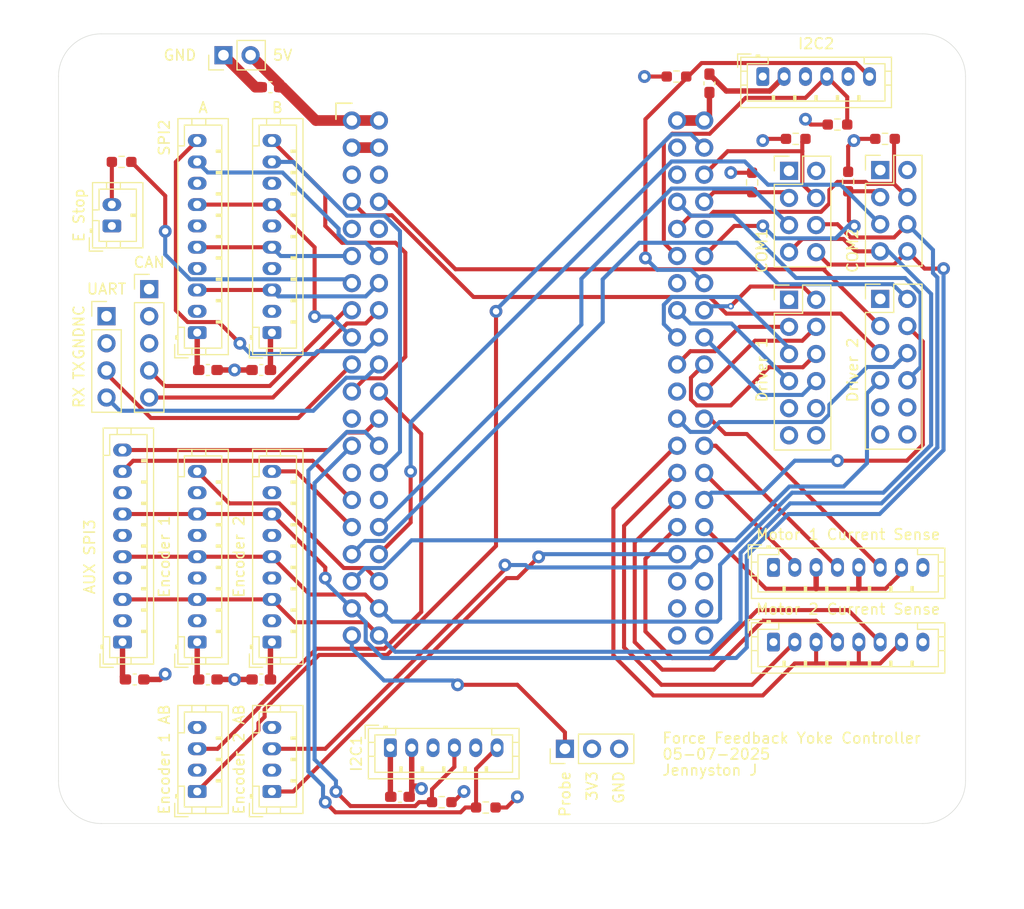
<source format=kicad_pcb>
(kicad_pcb (version 20241229) (generator "pcbnew") (generator_version "9.0")
  (layers (0 "F.Cu" signal) (4 "In1.Cu" signal) (6 "In2.Cu" signal) (2 "B.Cu" signal) (13 "F.Paste" user) (15 "B.Paste" user) (5 "F.SilkS" user "F.Silkscreen") (7 "B.SilkS" user "B.Silkscreen") (1 "F.Mask" user) (3 "B.Mask" user) (25 "Edge.Cuts" user))
  (net 0 "")
  (net 1 "+3V3")
  (net 2 "GND")
  (net 3 "SPI3_MISO")
  (net 4 "E2_NCS")
  (net 5 "SPI3_SCK")
  (net 6 "SPI3_MOSI")
  (net 7 "E1_A")
  (net 8 "E1_B")
  (net 10 "M1_nFAULT")
  (net 11 "M1_nOCTW")
  (net 12 "M1_DRIVER_NCS")
  (net 13 "M1_DRIVER_EN")
  (net 14 "M1_INHA")
  (net 15 "M1_INHC")
  (net 16 "M1_INLA")
  (net 17 "M1_INHB")
  (net 19 "M1_INLC")
  (net 20 "M1_INLB")
  (net 21 "M2_DRIVER_NCS")
  (net 22 "M2_nFAULT")
  (net 23 "M2_nOCTW")
  (net 25 "M2_INHC")
  (net 26 "M2_DRIVER_EN")
  (net 27 "M2_INLA")
  (net 28 "M2_INLB")
  (net 29 "M2_INLC")
  (net 30 "M2_INHA")
  (net 32 "M2_INHB")
  (net 33 "I2C1_SCL")
  (net 34 "I2C1_SDA")
  (net 35 "I2C2_SCL")
  (net 36 "I2C2_SDA")
  (net 37 "E1_NCS")
  (net 38 "E2_A")
  (net 39 "E2_B")
  (net 40 "SPI2_SCK")
  (net 41 "SPI2_MOSI")
  (net 42 "ADC2_NCS")
  (net 43 "ADC2_DRDY")
  (net 44 "SPI2_MISO")
  (net 45 "ADC1_DRDY")
  (net 46 "ADC1_NCS")
  (net 47 "AUX_NCS")
  (net 48 "AUX_INT")
  (net 49 "M1_IRef")
  (net 50 "M1_IOutC")
  (net 51 "M1_IOutB")
  (net 52 "M1_IOutA")
  (net 53 "M2_IOutA")
  (net 54 "M2_IRef")
  (net 55 "M2_IOutC")
  (net 56 "M2_IOutB")
  (net 57 "PROBE_OUT")
  (net 58 "USART_TX")
  (net 60 "USART_RX")
  (net 61 "E_STOP")
  (net 62 "Net-(R9-Pad2)")
  (net 64 "CAN_TX")
  (net 67 "CAN_RX")
  (net 82 "+5V")
  (footprint "Connector_JST:JST_PH_B10B-PH-K_1x10_P2.00mm_Vertical" (layer "F.Cu") (at 119 89 90)
    (property "Reference" "J12" (hide yes))
    (property "Value" "ADC_1")
  )
  (footprint "Connector_JST:JST_PH_B6B-PH-K_1x06_P2.00mm_Vertical" (layer "F.Cu") (at 137.100195 127.899805)
    (property "Reference" "J7" (hide yes))
    (property "Value" "I2C Expansion 1")
  )
  (footprint "Connector_PinHeader_2.54mm:PinHeader_1x02_P2.54mm_Vertical" (layer "F.Cu") (at 121.46 63 90)
    (property "Reference" "J18" (hide yes))
    (property "Value" "Power Output")
  )
  (footprint "Resistor_SMD:R_0603_1608Metric_Pad0.98x0.95mm_HandSolder" (layer "F.Cu") (at 171 74.9275 -90)
    (property "Reference" "R1" (hide yes))
    (property "Value" "10k")
  )
  (footprint "Connector_PinHeader_2.54mm:PinHeader_1x04_P2.54mm_Vertical" (layer "F.Cu") (at 110.5 87.46)
    (property "Reference" "J17" (hide yes))
    (property "Value" "UART")
  )
  (footprint "MountingHole:MountingHole_2.2mm_M2" (layer "F.Cu") (at 187 65)
    (property "Reference" "REF**" (hide yes))
    (property "Value" "MountingHole_2.2mm_M2")
  )
  (footprint "Capacitor_SMD:C_0603_1608Metric_Pad1.08x0.95mm_HandSolder" (layer "F.Cu") (at 138 132.5 180)
    (property "Reference" "C1" (hide yes))
    (property "Value" "0.1uF")
  )
  (footprint "Resistor_SMD:R_0603_1608Metric_Pad0.98x0.95mm_HandSolder" (layer "F.Cu") (at 163.9125 65)
    (property "Reference" "R7" (hide yes))
    (property "Value" "4.7k")
  )
  (footprint "Connector_JST:JST_PH_B9B-PH-K_1x09_P2.00mm_Vertical" (layer "F.Cu") (at 119 118 90)
    (property "Reference" "J9" (hide yes))
    (property "Value" "Encoder_1")
  )
  (footprint "Connector_PinHeader_2.54mm:PinHeader_2x06_P2.54mm_Vertical" (layer "F.Cu") (at 183.00375 85.84)
    (property "Reference" "J6" (hide yes))
    (property "Value" "M2_Driver")
  )
  (footprint "Resistor_SMD:R_0603_1608Metric_Pad0.98x0.95mm_HandSolder" (layer "F.Cu") (at 179 69.5)
    (property "Reference" "R8" (hide yes))
    (property "Value" "4.7k")
  )
  (footprint "Connector_PinHeader_2.54mm:PinHeader_2x04_P2.54mm_Vertical" (layer "F.Cu") (at 174.46 73.84)
    (property "Reference" "J3" (hide yes))
    (property "Value" "M1_Communication")
  )
  (footprint "Capacitor_SMD:C_0603_1608Metric_Pad1.08x0.95mm_HandSolder" (layer "F.Cu") (at 125.8625 66 180)
    (property "Reference" "C8" (hide yes))
    (property "Value" "0.1uF")
  )
  (footprint "Capacitor_SMD:C_0603_1608Metric_Pad1.08x0.95mm_HandSolder" (layer "F.Cu") (at 120 92.5)
    (property "Reference" "C2" (hide yes))
    (property "Value" "0.1uF")
  )
  (footprint "Connector_JST:JST_PH_B8B-PH-K_1x08_P2.00mm_Vertical" (layer "F.Cu") (at 173 111)
    (property "Reference" "J15" (hide yes))
    (property "Value" "M2_Current_Sense")
  )
  (footprint "Resistor_SMD:R_0603_1608Metric_Pad0.98x0.95mm_HandSolder" (layer "F.Cu") (at 183.45625 70.84)
    (property "Reference" "R4" (hide yes))
    (property "Value" "10k")
  )
  (footprint "MountingHole:MountingHole_2.2mm_M2" (layer "F.Cu") (at 187 131)
    (property "Reference" "REF**" (hide yes))
    (property "Value" "MountingHole_2.2mm_M2")
  )
  (footprint "Connector_JST:JST_PH_B8B-PH-K_1x08_P2.00mm_Vertical" (layer "F.Cu") (at 173 118)
    (property "Reference" "J14" (hide yes))
    (property "Value" "M1_Current_Sense")
  )
  (footprint "Connector_PinHeader_2.54mm:PinHeader_2x06_P2.54mm_Vertical" (layer "F.Cu") (at 174.46 85.92)
    (property "Reference" "J4" (hide yes))
    (property "Value" "M1_Driver")
  )
  (footprint "Connector_JST:JST_PH_B2B-PH-K_1x02_P2.00mm_Vertical" (layer "F.Cu") (at 111 79 90)
    (property "Reference" "SW1" (hide yes))
    (property "Value" "SW_Push")
  )
  (footprint "Resistor_SMD:R_0603_1608Metric_Pad0.98x0.95mm_HandSolder" (layer "F.Cu") (at 146.04375 133.5 180)
    (property "Reference" "R5" (hide yes))
    (property "Value" "4.7k")
  )
  (footprint "Connector_JST:JST_PH_B6B-PH-K_1x06_P2.00mm_Vertical" (layer "F.Cu") (at 172 65)
    (property "Reference" "J8" (hide yes))
    (property "Value" "I2C Expansion 2")
  )
  (footprint "Resistor_SMD:R_0603_1608Metric_Pad0.98x0.95mm_HandSolder" (layer "F.Cu") (at 180 74.84 -90)
    (property "Reference" "R3" (hide yes))
    (property "Value" "10k")
  )
  (footprint "Capacitor_SMD:C_0603_1608Metric_Pad1.08x0.95mm_HandSolder" (layer "F.Cu") (at 125 121.5 180)
    (property "Reference" "C5" (hide yes))
    (property "Value" "0.1uF")
  )
  (footprint "MountingHole:MountingHole_2.2mm_M2" (layer "F.Cu") (at 110 131)
    (property "Reference" "REF**" (hide yes))
    (property "Value" "MountingHole_2.2mm_M2")
  )
  (footprint "Connector_PinHeader_2.54mm:PinHeader_1x05_P2.54mm_Vertical" (layer "F.Cu") (at 114.5 84.92)
    (property "Reference" "J19" (hide yes))
    (property "Value" "CAN")
  )
  (footprint "Connector_JST:JST_PH_B4B-PH-K_1x04_P2.00mm_Vertical" (layer "F.Cu") (at 119 132 90)
    (property "Reference" "J2" (hide yes))
    (property "Value" "Encoder_1_AB")
  )
  (footprint "Resistor_SMD:R_0603_1608Metric_Pad0.98x0.95mm_HandSolder" (layer "F.Cu") (at 141.9125 133 180)
    (property "Reference" "R6" (hide yes))
    (property "Value" "4.7k")
  )
  (footprint "MountingHole:MountingHole_2.2mm_M2" (layer "F.Cu") (at 110 65)
    (property "Reference" "REF**" (hide yes))
    (property "Value" "MountingHole_2.2mm_M2")
  )
  (footprint "Connector_JST:JST_PH_B10B-PH-K_1x10_P2.00mm_Vertical" (layer "F.Cu") (at 112 118 90)
    (property "Reference" "J13" (hide yes))
    (property "Value" "Yoke_Handle")
  )
  (footprint "Capacitor_SMD:C_0603_1608Metric_Pad1.08x0.95mm_HandSolder" (layer "F.Cu") (at 167 65.6375 -90)
    (property "Reference" "C3" (hide yes))
    (property "Value" "0.1uF")
  )
  (footprint "FK743M3:FK743M3-VGT6" (layer "F.Cu") (at 150 93.25)
    (property "Reference" "U1" (hide yes))
    (property "Value" "~")
  )
  (footprint "Connector_JST:JST_PH_B10B-PH-K_1x10_P2.00mm_Vertical" (layer "F.Cu") (at 126 89 90)
    (property "Reference" "J11" (hide yes))
    (property "Value" "ADC_2")
  )
  (footprint "Connector_PinHeader_2.54mm:PinHeader_1x03_P2.54mm_Vertical" (layer "F.Cu") (at 153.46 128 90)
    (property "Reference" "J16" (hide yes))
    (property "Value" "PROBE")
  )
  (footprint "Capacitor_SMD:C_0603_1608Metric_Pad1.08x0.95mm_HandSolder" (layer "F.Cu") (at 113.1375 121.5)
    (property "Reference" "C7" (hide yes))
    (property "Value" "0.1uF")
  )
  (footprint "Resistor_SMD:R_0603_1608Metric_Pad0.98x0.95mm_HandSolder" (layer "F.Cu") (at 175.0875 70.84)
    (property "Reference" "R2" (hide yes))
    (property "Value" "10k")
  )
  (footprint "Capacitor_SMD:C_0603_1608Metric_Pad1.08x0.95mm_HandSolder" (layer "F.Cu") (at 125 92.5 180)
    (property "Reference" "C6" (hide yes))
    (property "Value" "0.1uF")
  )
  (footprint "Capacitor_SMD:C_0603_1608Metric_Pad1.08x0.95mm_HandSolder" (layer "F.Cu") (at 120 121.5)
    (property "Reference" "C4" (hide yes))
    (property "Value" "0.1uF")
  )
  (footprint "Connector_JST:JST_PH_B4B-PH-K_1x04_P2.00mm_Vertical" (layer "F.Cu") (at 126 132 90)
    (property "Reference" "J10" (hide yes))
    (property "Value" "Encoder_2_AB")
  )
  (footprint "Connector_JST:JST_PH_B9B-PH-K_1x09_P2.00mm_Vertical" (layer "F.Cu") (at 126 118 90)
    (property "Reference" "J1" (hide yes))
    (property "Value" "Encoder_2")
  )
  (footprint "Resistor_SMD:R_0603_1608Metric_Pad0.98x0.95mm_HandSolder" (layer "F.Cu") (at 111.9125 73 180)
    (property "Reference" "R9" (hide yes))
    (property "Value" "1k")
  )
  (footprint "Connector_PinHeader_2.54mm:PinHeader_2x04_P2.54mm_Vertical" (layer "F.Cu") (at 183.00375 73.76)
    (property "Reference" "J5" (hide yes))
    (property "Value" "M2_Communication")
  )
  (gr_line (start 132 69) (end 132 67.5) (stroke (width 0.15)) (layer "F.SilkS"))
  (gr_line (start 132 67.5) (end 133.5 67.5) (stroke (width 0.15)) (layer "F.SilkS"))
  (gr_arc (start 106 65) (mid 107.171573 62.171573) (end 110 61) (stroke (width 0.05)) (layer "Edge.Cuts"))
  (gr_line (start 191 65) (end 191 131) (stroke (width 0.05)) (layer "Edge.Cuts"))
  (gr_arc (start 110 135) (mid 107.171573 133.828427) (end 106 131) (stroke (width 0.05)) (layer "Edge.Cuts"))
  (gr_line (start 110 61) (end 187 61) (stroke (width 0.05)) (layer "Edge.Cuts"))
  (gr_arc (start 187 61) (mid 189.828427 62.171573) (end 191 65) (stroke (width 0.05)) (layer "Edge.Cuts"))
  (gr_line (start 187 135) (end 110 135) (stroke (width 0.05)) (layer "Edge.Cuts"))
  (gr_arc (start 191 131) (mid 189.828427 133.828427) (end 187 135) (stroke (width 0.05)) (layer "Edge.Cuts"))
  (gr_line (start 106 131) (end 106 65) (stroke (width 0.05)) (layer "Edge.Cuts"))
  (gr_text "Encoder 1 AB" (at 116.5 129 90) (layer "F.SilkS") (effects (font (size 1 1)) (justify bottom)))
  (gr_text "Driver 2" (at 181 92.5 90) (layer "F.SilkS") (effects (font (size 1 1)) (justify bottom)))
  (gr_text "UART" (at 110.5 85.5 0) (layer "F.SilkS") (effects (font (size 1 1)) (justify bottom)))
  (gr_text "GND" (at 108.5 90 90) (layer "F.SilkS") (effects (font (size 1 1)) (justify bottom)))
  (gr_text "E Stop" (at 108.5 78 90) (layer "F.SilkS") (effects (font (size 1 1)) (justify bottom)))
  (gr_text "B" (at 126.5 68.5 0) (layer "F.SilkS") (effects (font (size 1 1)) (justify bottom)))
  (gr_text "Motor 2 Current Sense" (at 180 115.5 0) (layer "F.SilkS") (effects (font (size 1 1)) (justify bottom)))
  (gr_text "Probe" (at 153.46 130 90) (layer "F.SilkS") (effects (font (size 1 1)) (justify right)))
  (gr_text "RX" (at 108.5 95.08 90) (layer "F.SilkS") (effects (font (size 1 1)) (justify bottom)))
  (gr_text "COM1" (at 172.5 83.5 90) (layer "F.SilkS") (effects (font (size 1 1)) (justify left bottom)))
  (gr_text "5V" (at 126 63 0) (layer "F.SilkS") (effects (font (size 1 1)) (justify left)))
  (gr_text "I2C1" (at 134.5 128.449805 90) (layer "F.SilkS") (effects (font (size 1 1)) (justify bottom)))
  (gr_text "COM2" (at 181 83.5 90) (layer "F.SilkS") (effects (font (size 1 1)) (justify left bottom)))
  (gr_text "GND" (at 158.5 130 90) (layer "F.SilkS") (effects (font (size 1 1)) (justify right)))
  (gr_text "I2C2" (at 177 62.5 0) (layer "F.SilkS") (effects (font (size 1 1)) (justify bottom)))
  (gr_text "SPI2" (at 116.5 68.94 90) (layer "F.SilkS") (effects (font (size 1 1)) (justify right bottom)))
  (gr_text "CAN" (at 114.5 83 0) (layer "F.SilkS") (effects (font (size 1 1)) (justify bottom)))
  (gr_text "Encoder 1" (at 116.5 110 90) (layer "F.SilkS") (effects (font (size 1 1)) (justify bottom)))
  (gr_text "05-07-2025" (at 162.5 128.5 0) (layer "F.SilkS") (effects (font (size 1 1)) (justify left)))
  (gr_text "GND" (at 119 63 0) (layer "F.SilkS") (effects (font (size 1 1)) (justify right)))
  (gr_text "Encoder 2" (at 123.5 110 90) (layer "F.SilkS") (effects (font (size 1 1)) (justify bottom)))
  (gr_text "AUX SPI3" (at 109.5 110 90) (layer "F.SilkS") (effects (font (size 1 1)) (justify bottom)))
  (gr_text "3V3" (at 156 130 90) (layer "F.SilkS") (effects (font (size 1 1)) (justify right)))
  (gr_text "Jennyston J" (at 162.5 130 0) (layer "F.SilkS") (effects (font (size 1 1)) (justify left)))
  (gr_text "NC" (at 108.5 87.46 90) (layer "F.SilkS") (effects (font (size 1 1)) (justify bottom)))
  (gr_text "TX" (at 108.5 92.54 90) (layer "F.SilkS") (effects (font (size 1 1)) (justify bottom)))
  (gr_text "Force Feedback Yoke Controller" (at 162.5 127 0) (layer "F.SilkS") (effects (font (size 1 1)) (justify left)))
  (gr_text "A" (at 119.55 68.5 0) (layer "F.SilkS") (effects (font (size 1 1)) (justify bottom)))
  (gr_text "Encoder 2 AB" (at 123.5 129 90) (layer "F.SilkS") (effects (font (size 1 1)) (justify bottom)))
  (gr_text "Motor 1 Current Sense" (at 180 108.5 0) (layer "F.SilkS") (effects (font (size 1 1)) (justify bottom)))
  (gr_text "Driver 1" (at 172.5 92.5 90) (layer "F.SilkS") (effects (font (size 1 1)) (justify bottom)))
  (segment (start 139.100195 127.899805) (end 139.100195 131.5) (width 0.508) (layer "F.Cu") (net 1))
  (segment (start 172.16 70.84) (end 172 71) (width 0.381) (layer "F.Cu") (net 1))
  (segment (start 143 133) (end 144 132) (width 0.381) (layer "F.Cu") (net 1))
  (segment (start 125.8625 118.1375) (end 126 118) (width 0.508) (layer "F.Cu") (net 1))
  (segment (start 148 133.5) (end 149 132.5) (width 0.381) (layer "F.Cu") (net 1))
  (segment (start 171 74.015) (end 169.015 74.015) (width 0.381) (layer "F.Cu") (net 1))
  (segment (start 172.6455 66.3545) (end 168.5795 66.3545) (width 0.508) (layer "F.Cu") (net 1))
  (segment (start 169.015 74.015) (end 169 74) (width 0.381) (layer "F.Cu") (net 1))
  (segment (start 142.825 133) (end 143 133) (width 0.381) (layer "F.Cu") (net 1))
  (segment (start 125.8625 89.1375) (end 126 89) (width 0.508) (layer "F.Cu") (net 1))
  (segment (start 174.175 70.84) (end 172.16 70.84) (width 0.381) (layer "F.Cu") (net 1))
  (segment (start 133.49 71.66) (end 136.03 71.66) (width 1) (layer "F.Cu") (net 1))
  (segment (start 180.54375 71) (end 180.70375 70.84) (width 0.381) (layer "F.Cu") (net 1))
  (segment (start 139.100195 131.5) (end 139.786683 131.5) (width 0.508) (layer "F.Cu") (net 1))
  (segment (start 119 118) (end 119 121.3625) (width 0.508) (layer "F.Cu") (net 1))
  (segment (start 139.786683 131.5) (end 140.012031 131.725348) (width 0.508) (layer "F.Cu") (net 1))
  (segment (start 119 121.3625) (end 119.1375 121.5) (width 0.508) (layer "F.Cu") (net 1))
  (segment (start 138.825195 127.624805) (end 139.100195 127.899805) (width 0.508) (layer "F.Cu") (net 1))
  (segment (start 174 65) (end 172.6455 66.3545) (width 0.508) (layer "F.Cu") (net 1))
  (segment (start 163 65) (end 160.9125 65) (width 0.381) (layer "F.Cu") (net 1))
  (segment (start 119 89) (end 119 92.3625) (width 0.508) (layer "F.Cu") (net 1))
  (segment (start 112 121.225) (end 112.275 121.5) (width 0.508) (layer "F.Cu") (net 1))
  (segment (start 180.70375 70.84) (end 182.54375 70.84) (width 0.381) (layer "F.Cu") (net 1))
  (segment (start 178.0875 69.5) (end 176.5 69.5) (width 0.381) (layer "F.Cu") (net 1))
  (segment (start 139.100195 132.262305) (end 138.8625 132.5) (width 0.508) (layer "F.Cu") (net 1))
  (segment (start 125.8625 92.5) (end 125.8625 89.1375) (width 0.508) (layer "F.Cu") (net 1))
  (segment (start 180 71.54375) (end 180 73.9275) (width 0.381) (layer "F.Cu") (net 1))
  (segment (start 176.5 69.5) (end 176 69) (width 0.381) (layer "F.Cu") (net 1))
  (segment (start 146.95625 133.5) (end 148 133.5) (width 0.381) (layer "F.Cu") (net 1))
  (segment (start 125.8625 121.5) (end 125.8625 118.1375) (width 0.508) (layer "F.Cu") (net 1))
  (segment (start 112 118) (end 112 121.225) (width 0.508) (layer "F.Cu") (net 1))
  (segment (start 180 71.54375) (end 180.54375 71) (width 0.381) (layer "F.Cu") (net 1))
  (segment (start 139.100195 131.5) (end 139.100195 132.262305) (width 0.508) (layer "F.Cu") (net 1))
  (segment (start 119 92.3625) (end 119.1375 92.5) (width 0.508) (layer "F.Cu") (net 1))
  (segment (start 168.5795 66.3545) (end 167 64.775) (width 0.508) (layer "F.Cu") (net 1))
  (via (at 176 69) (size 1.2) (drill 0.6) (layers "F.Cu" "B.Cu") (net 1))
  (via (at 169 74) (size 1.2) (drill 0.6) (layers "F.Cu" "B.Cu") (net 1))
  (via (at 172 71) (size 1.2) (drill 0.6) (layers "F.Cu" "B.Cu") (net 1))
  (via (at 140.012031 131.725348) (size 1.2) (drill 0.6) (layers "F.Cu" "B.Cu") (net 1))
  (via (at 180.54375 71) (size 1.2) (drill 0.6) (layers "F.Cu" "B.Cu") (net 1))
  (via (at 160.9125 65) (size 1.2) (drill 0.6) (layers "F.Cu" "B.Cu") (net 1))
  (via (at 144 132) (size 1.2) (drill 0.6) (layers "F.Cu" "B.Cu") (net 1))
  (via (at 149 132.5) (size 1.2) (drill 0.6) (layers "F.Cu" "B.Cu") (net 1))
  (segment (start 115.5 121.5) (end 116 121) (width 0.508) (layer "F.Cu") (net 2))
  (segment (start 166.51 69.12) (end 163.97 69.12) (width 1) (layer "F.Cu") (net 2))
  (segment (start 114 121.5) (end 115.5 121.5) (width 0.508) (layer "F.Cu") (net 2))
  (segment (start 122.5 121.5) (end 124.1375 121.5) (width 0.508) (layer "F.Cu") (net 2))
  (segment (start 125 66) (end 124.46 66) (width 1) (layer "F.Cu") (net 2))
  (segment (start 137.100195 127.899805) (end 137.100195 132.462695) (width 0.508) (layer "F.Cu") (net 2))
  (segment (start 124.46 66) (end 121.46 63) (width 1) (layer "F.Cu") (net 2))
  (segment (start 122.5 92.5) (end 124.1375 92.5) (width 0.508) (layer "F.Cu") (net 2))
  (segment (start 137.100195 132.462695) (end 137.1375 132.5) (width 0.508) (layer "F.Cu") (net 2))
  (segment (start 120.8625 121.5) (end 122.5 121.5) (width 0.508) (layer "F.Cu") (net 2))
  (segment (start 120.8625 92.5) (end 122.5 92.5) (width 0.508) (layer "F.Cu") (net 2))
  (segment (start 167 66.5) (end 167 68.63) (width 0.508) (layer "F.Cu") (net 2))
  (segment (start 167 68.63) (end 166.51 69.12) (width 0.508) (layer "F.Cu") (net 2))
  (via (at 116 121) (size 1.2) (drill 0.6) (layers "F.Cu" "B.Cu") (net 2))
  (via (at 122.5 92.5) (size 1.2) (drill 0.6) (layers "F.Cu" "B.Cu") (net 2))
  (via (at 122.5 121.5) (size 1.2) (drill 0.6) (layers "F.Cu" "B.Cu") (net 2))
  (segment (start 179.555428 80.2185) (end 180.716928 81.38) (width 0.381) (layer "F.Cu") (net 3))
  (segment (start 119 110) (end 126 110) (width 0.381) (layer "F.Cu") (net 3))
  (segment (start 126 110) (end 129.5415 113.5415) (width 0.381) (layer "F.Cu") (net 3))
  (segment (start 112 110) (end 119 110) (width 0.381) (layer "F.Cu") (net 3))
  (segment (start 174.46 81.46) (end 175.7015 80.2185) (width 0.381) (layer "F.Cu") (net 3))
  (segment (start 180.716928 81.38) (end 183.00375 81.38) (width 0.381) (layer "F.Cu") (net 3))
  (segment (start 175.7015 80.2185) (end 179.555428 80.2185) (width 0.381) (layer "F.Cu") (net 3))
  (segment (start 129.5415 113.5415) (end 134.7315 113.5415) (width 0.381) (layer "F.Cu") (net 3))
  (segment (start 134.7315 113.5415) (end 136.03 114.84) (width 0.381) (layer "F.Cu") (net 3))
  (segment (start 137.2715 116.0815) (end 136.03 114.84) (width 0.381) (layer "B.Cu") (net 3))
  (segment (start 174.743072 104) (end 168 110.743072) (width 0.381) (layer "B.Cu") (net 3))
  (segment (start 183.788003 81.38) (end 187.77575 85.367747) (width 0.381) (layer "B.Cu") (net 3))
  (segment (start 168 110.743072) (end 168 115.798928) (width 0.381) (layer "B.Cu") (net 3))
  (segment (start 183.00375 81.38) (end 183.788003 81.38) (width 0.381) (layer "B.Cu") (net 3))
  (segment (start 187.77575 99.519997) (end 183.295748 104) (width 0.381) (layer "B.Cu") (net 3))
  (segment (start 168 115.798928) (end 167.717428 116.0815) (width 0.381) (layer "B.Cu") (net 3))
  (segment (start 187.77575 85.367747) (end 187.77575 99.519997) (width 0.381) (layer "B.Cu") (net 3))
  (segment (start 183.295748 104) (end 174.743072 104) (width 0.381) (layer "B.Cu") (net 3))
  (segment (start 167.717428 116.0815) (end 137.2715 116.0815) (width 0.381) (layer "B.Cu") (net 3))
  (segment (start 126 102) (end 128.27 102) (width 0.381) (layer "F.Cu") (net 4))
  (segment (start 128.27 102) (end 133.49 107.22) (width 0.381) (layer "F.Cu") (net 4))
  (segment (start 184.30225 82.6215) (end 178.1615 82.6215) (width 0.381) (layer "F.Cu") (net 5))
  (segment (start 187.16375 83) (end 185.54375 81.38) (width 0.381) (layer "F.Cu") (net 5))
  (segment (start 112 106) (end 119 106) (width 0.381) (layer "F.Cu") (net 5))
  (segment (start 126 106) (end 131 111) (width 0.381) (layer "F.Cu") (net 5))
  (segment (start 119 106) (end 126 106) (width 0.381) (layer "F.Cu") (net 5))
  (segment (start 131 111) (end 131 112) (width 0.381) (layer "F.Cu") (net 5))
  (segment (start 177 81.46) (end 178.1615 82.6215) (width 0.381) (layer "F.Cu") (net 5))
  (segment (start 184.30225 82.6215) (end 185.54375 81.38) (width 0.381) (layer "F.Cu") (net 5))
  (segment (start 188.93975 83) (end 187.16375 83) (width 0.381) (layer "F.Cu") (net 5))
  (via (at 131 112) (size 1.2) (drill 0.6) (layers "F.Cu" "B.Cu") (net 5))
  (via (at 188.93975 83) (size 1.2) (drill 0.6) (layers "F.Cu" "B.Cu") (net 5))
  (segment (start 134.7885 117.894247) (end 134.7885 116.1385) (width 0.381) (layer "B.Cu") (net 5))
  (segment (start 131 112) (end 131 112.35) (width 0.381) (layer "B.Cu") (net 5))
  (segment (start 188.93975 83) (end 188.93975 100.002141) (width 0.381) (layer "B.Cu") (net 5))
  (segment (start 182.941891 106) (end 174.389216 106) (width 0.381) (layer "B.Cu") (net 5))
  (segment (start 188.93975 100.002141) (end 182.941891 106) (width 0.381) (layer "B.Cu") (net 5))
  (segment (start 174.389216 106) (end 170.5 109.889216) (width 0.381) (layer "B.Cu") (net 5))
  (segment (start 170.5 109.889216) (end 170.5 118.5) (width 0.381) (layer "B.Cu") (net 5))
  (segment (start 134.7885 116.1385) (end 133.49 114.84) (width 0.381) (layer "B.Cu") (net 5))
  (segment (start 170.5 118.5) (end 169.5115 119.4885) (width 0.381) (layer "B.Cu") (net 5))
  (segment (start 136.382753 119.4885) (end 134.7885 117.894247) (width 0.381) (layer "B.Cu") (net 5))
  (segment (start 169.5115 119.4885) (end 136.382753 119.4885) (width 0.381) (layer "B.Cu") (net 5))
  (segment (start 131 112.35) (end 133.49 114.84) (width 0.381) (layer "B.Cu") (net 5))
  (segment (start 184.30225 80.0815) (end 185.54375 78.84) (width 0.381) (layer "F.Cu") (net 6))
  (segment (start 177 78.92) (end 177.08 78.84) (width 0.381) (layer "F.Cu") (net 6))
  (segment (start 112 114) (end 119 114) (width 0.381) (layer "F.Cu") (net 6))
  (segment (start 179 78.84) (end 180.2415 80.0815) (width 0.381) (layer "F.Cu") (net 6))
  (segment (start 119 114) (end 126 114) (width 0.381) (layer "F.Cu") (net 6))
  (segment (start 177.08 78.84) (end 179 78.84) (width 0.381) (layer "F.Cu") (net 6))
  (segment (start 128.1385 116.1385) (end 134.7885 116.1385) (width 0.381) (layer "F.Cu") (net 6))
  (segment (start 134.7885 116.1385) (end 136.03 117.38) (width 0.381) (layer "F.Cu") (net 6))
  (segment (start 180.2415 80.0815) (end 184.30225 80.0815) (width 0.381) (layer "F.Cu") (net 6))
  (segment (start 126 114) (end 128.1385 116.1385) (width 0.381) (layer "F.Cu") (net 6))
  (segment (start 187.94825 82.589307) (end 187.94825 83.410693) (width 0.381) (layer "B.Cu") (net 6))
  (segment (start 167.0935 118.9065) (end 137.5565 118.9065) (width 0.381) (layer "B.Cu") (net 6))
  (segment (start 174.566144 105) (end 169.918 109.648144) (width 0.381) (layer "B.Cu") (net 6))
  (segment (start 169.918 109.648144) (end 169.918 116.082) (width 0.381) (layer "B.Cu") (net 6))
  (segment (start 185.54375 78.84) (end 187.94925 81.2455) (width 0.381) (layer "B.Cu") (net 6))
  (segment (start 187.94825 83.410693) (end 188.35775 83.820193) (width 0.381) (layer "B.Cu") (net 6))
  (segment (start 188.35775 99.761069) (end 183.118819 105) (width 0.381) (layer "B.Cu") (net 6))
  (segment (start 187.94925 81.2455) (end 187.94925 82.588307) (width 0.381) (layer "B.Cu") (net 6))
  (segment (start 187.94925 82.588307) (end 187.94825 82.589307) (width 0.381) (layer "B.Cu") (net 6))
  (segment (start 183.118819 105) (end 174.566144 105) (width 0.381) (layer "B.Cu") (net 6))
  (segment (start 137.5565 118.9065) (end 136.03 117.38) (width 0.381) (layer "B.Cu") (net 6))
  (segment (start 188.35775 83.820193) (end 188.35775 99.761069) (width 0.381) (layer "B.Cu") (net 6))
  (segment (start 169.918 116.082) (end 167.0935 118.9065) (width 0.381) (layer "B.Cu") (net 6))
  (segment (start 125.314307 124.304887) (end 130.415694 119.2035) (width 0.381) (layer "F.Cu") (net 7))
  (segment (start 147 108.988819) (end 147 87) (width 0.381) (layer "F.Cu") (net 7))
  (segment (start 130.415694 119.2035) (end 136.785319 119.2035) (width 0.381) (layer "F.Cu") (net 7))
  (segment (start 136.785319 119.2035) (end 147 108.988819) (width 0.381) (layer "F.Cu") (net 7))
  (segment (start 124.7335 126.266501) (end 124.7335 125.589307) (width 0.381) (layer "F.Cu") (net 7))
  (segment (start 124.7335 125.589307) (end 125.314307 125.0085) (width 0.381) (layer "F.Cu") (net 7))
  (segment (start 119 132) (end 124.7335 126.266501) (width 0.381) (layer "F.Cu") (net 7))
  (segment (start 125.314307 125.0085) (end 125.314307 124.304887) (width 0.381) (layer "F.Cu") (net 7))
  (via (at 147 87) (size 1.2) (drill 0.6) (layers "F.Cu" "B.Cu") (net 7))
  (segment (start 147 87) (end 147 86.874253) (width 0.381) (layer "B.Cu") (net 7))
  (segment (start 147 86.874253) (end 163.455753 70.4185) (width 0.381) (layer "B.Cu") (net 7))
  (segment (start 165.2685 70.4185) (end 166.51 71.66) (width 0.381) (layer "B.Cu") (net 7))
  (segment (start 163.455753 70.4185) (end 165.2685 70.4185) (width 0.381) (layer "B.Cu") (net 7))
  (segment (start 139.9915 98.4815) (end 136.03 94.52) (width 0.381) (layer "F.Cu") (net 8))
  (segment (start 139.9915 115.174247) (end 139.9915 98.4815) (width 0.381) (layer "F.Cu") (net 8))
  (segment (start 130.174622 118.6215) (end 136.544247 118.6215) (width 0.381) (layer "F.Cu") (net 8))
  (segment (start 124.732307 124.063815) (end 130.174622 118.6215) (width 0.381) (layer "F.Cu") (net 8))
  (segment (start 136.544247 118.6215) (end 139.9915 115.174247) (width 0.381) (layer "F.Cu") (net 8))
  (segment (start 124.732307 124.165754) (end 124.732307 124.063815) (width 0.381) (layer "F.Cu") (net 8))
  (segment (start 120.898061 128) (end 124.732307 124.165754) (width 0.381) (layer "F.Cu") (net 8))
  (segment (start 119 128) (end 120.898061 128) (width 0.381) (layer "F.Cu") (net 8))
  (segment (start 175.7015 75.0815) (end 175.7015 72) (width 0.381) (layer "F.Cu") (net 10))
  (segment (start 168.71 72) (end 166.51 74.2) (width 0.381) (layer "F.Cu") (net 10))
  (segment (start 177 76.38) (end 175.7015 75.0815) (width 0.381) (layer "F.Cu") (net 10))
  (segment (start 175.7015 71.1385) (end 176 70.84) (width 0.381) (layer "F.Cu") (net 10))
  (segment (start 175.7015 72) (end 168.71 72) (width 0.381) (layer "F.Cu") (net 10))
  (segment (start 175.7015 72) (end 175.7015 71.1385) (width 0.381) (layer "F.Cu") (net 10))
  (segment (start 171 75.84) (end 167.41 75.84) (width 0.381) (layer "F.Cu") (net 11))
  (segment (start 167.41 75.84) (end 166.51 76.74) (width 0.381) (layer "F.Cu") (net 11))
  (segment (start 171 75.84) (end 173.92 75.84) (width 0.381) (layer "F.Cu") (net 11))
  (segment (start 173.92 75.84) (end 174.46 76.38) (width 0.381) (layer "F.Cu") (net 11))
  (segment (start 163.455753 75.4985) (end 155 83.954253) (width 0.381) (layer "B.Cu") (net 12))
  (segment (start 171.0385 75.4985) (end 163.455753 75.4985) (width 0.381) (layer "B.Cu") (net 12))
  (segment (start 155 83.954253) (end 155 88.25) (width 0.381) (layer "B.Cu") (net 12))
  (segment (start 155 88.25) (end 136.03 107.22) (width 0.381) (layer "B.Cu") (net 12))
  (segment (start 174.46 78.92) (end 171.0385 75.4985) (width 0.381) (layer "B.Cu") (net 12))
  (segment (start 170.8495 84.6785) (end 169 86.528) (width 0.381) (layer "F.Cu") (net 13))
  (segment (start 177 85.92) (end 175.7585 84.6785) (width 0.381) (layer "F.Cu") (net 13))
  (segment (start 175.7585 84.6785) (end 170.8495 84.6785) (width 0.381) (layer "F.Cu") (net 13))
  (via (at 169 86.528) (size 0.6) (drill 0.3) (layers "F.Cu" "B.Cu") (net 13))
  (segment (start 169 86.528) (end 166.882 86.528) (width 0.381) (layer "B.Cu") (net 13))
  (segment (start 166.882 86.528) (end 166.51 86.9) (width 0.381) (layer "B.Cu") (net 13))
  (segment (start 169.825747 88.46) (end 167.547247 90.7385) (width 0.381) (layer "F.Cu") (net 14))
  (segment (start 165.2115 90.7385) (end 163.97 91.98) (width 0.381) (layer "F.Cu") (net 14))
  (segment (start 167.547247 90.7385) (end 165.2115 90.7385) (width 0.381) (layer "F.Cu") (net 14))
  (segment (start 174.46 88.46) (end 169.825747 88.46) (width 0.381) (layer "F.Cu") (net 14))
  (segment (start 174.46 93.54) (end 169.0615 88.1415) (width 0.381) (layer "B.Cu") (net 15))
  (segment (start 165.2115 88.1415) (end 163.97 86.9) (width 0.381) (layer "B.Cu") (net 15))
  (segment (start 169.0615 88.1415) (end 165.2115 88.1415) (width 0.381) (layer "B.Cu") (net 15))
  (segment (start 171.2715 89.7585) (end 175.7015 89.7585) (width 0.381) (layer "F.Cu") (net 16))
  (segment (start 175.7015 89.7585) (end 177 88.46) (width 0.381) (layer "F.Cu") (net 16))
  (segment (start 166.51 94.52) (end 171.2715 89.7585) (width 0.381) (layer "F.Cu") (net 16))
  (segment (start 174.46 91) (end 174.46 90.46) (width 0.381) (layer "B.Cu") (net 17))
  (segment (start 162.7285 86.385753) (end 162.7285 88.1985) (width 0.381) (layer "B.Cu") (net 17))
  (segment (start 162.7285 88.1985) (end 163.97 89.44) (width 0.381) (layer "B.Cu") (net 17))
  (segment (start 174.46 90.46) (end 169.6585 85.6585) (width 0.381) (layer "B.Cu") (net 17))
  (segment (start 169.6585 85.6585) (end 163.455753 85.6585) (width 0.381) (layer "B.Cu") (net 17))
  (segment (start 163.455753 85.6585) (end 162.7285 86.385753) (width 0.381) (layer "B.Cu") (net 17))
  (segment (start 171.9085 94.8385) (end 166.51 89.44) (width 0.381) (layer "B.Cu") (net 19))
  (segment (start 175.7015 94.8385) (end 171.9085 94.8385) (width 0.381) (layer "B.Cu") (net 19))
  (segment (start 177 93.54) (end 175.7015 94.8385) (width 0.381) (layer "B.Cu") (net 19))
  (segment (start 166.51 91.98) (end 165.2685 93.2215) (width 0.381) (layer "F.Cu") (net 20))
  (segment (start 175.7585 92.2415) (end 172.577 92.2415) (width 0.381) (layer "F.Cu") (net 20))
  (segment (start 172.577 92.2415) (end 169 95.8185) (width 0.381) (layer "F.Cu") (net 20))
  (segment (start 165.2685 95.2685) (end 165.8185 95.8185) (width 0.381) (layer "F.Cu") (net 20))
  (segment (start 165.8185 95.8185) (end 169 95.8185) (width 0.381) (layer "F.Cu") (net 20))
  (segment (start 165.2685 93.2215) (end 165.2685 95.2685) (width 0.381) (layer "F.Cu") (net 20))
  (segment (start 177 91) (end 175.7585 92.2415) (width 0.381) (layer "F.Cu") (net 20))
  (segment (start 139 106.79) (end 136.03 109.76) (width 0.381) (layer "F.Cu") (net 21))
  (segment (start 139 102) (end 139 106.79) (width 0.381) (layer "F.Cu") (net 21))
  (via (at 139 102) (size 1.2) (drill 0.6) (layers "F.Cu" "B.Cu") (net 21))
  (segment (start 170.311247 72.9585) (end 163.455753 72.9585) (width 0.381) (layer "B.Cu") (net 21))
  (segment (start 179.30225 75.1385) (end 183.00375 78.84) (width 0.381) (layer "B.Cu") (net 21))
  (segment (start 172.491247 75.1385) (end 170.311247 72.9585) (width 0.381) (layer "B.Cu") (net 21))
  (segment (start 172.491247 75.1385) (end 179.30225 75.1385) (width 0.381) (layer "B.Cu") (net 21))
  (segment (start 139 97.414253) (end 139 102) (width 0.381) (layer "B.Cu") (net 21))
  (segment (start 163.455753 72.9585) (end 139 97.414253) (width 0.381) (layer "B.Cu") (net 21))
  (segment (start 181.81925 75.0585) (end 184.30225 75.0585) (width 0.381) (layer "F.Cu") (net 22))
  (segment (start 179 74.8735) (end 181.63425 74.8735) (width 0.381) (layer "F.Cu") (net 22))
  (segment (start 184.30225 70.9065) (end 184.30225 75.0585) (width 0.381) (layer "F.Cu") (net 22))
  (segment (start 165.2115 78.0385) (end 167.024247 78.0385) (width 0.381) (layer "F.Cu") (net 22))
  (segment (start 184.30225 75.0585) (end 185.54375 76.3) (width 0.381) (layer "F.Cu") (net 22))
  (segment (start 184.36875 70.84) (end 184.30225 70.9065) (width 0.381) (layer "F.Cu") (net 22))
  (segment (start 167.384247 77.6785) (end 177.457247 77.6785) (width 0.381) (layer "F.Cu") (net 22))
  (segment (start 178.2415 75.632) (end 179 74.8735) (width 0.381) (layer "F.Cu") (net 22))
  (segment (start 163.97 79.28) (end 165.2115 78.0385) (width 0.381) (layer "F.Cu") (net 22))
  (segment (start 184.24525 70.9635) (end 184.36875 70.84) (width 0.381) (layer "F.Cu") (net 22))
  (segment (start 177.457247 77.6785) (end 178.2415 76.894247) (width 0.381) (layer "F.Cu") (net 22))
  (segment (start 167.024247 78.0385) (end 167.384247 77.6785) (width 0.381) (layer "F.Cu") (net 22))
  (segment (start 181.63425 74.8735) (end 181.81925 75.0585) (width 0.381) (layer "F.Cu") (net 22))
  (segment (start 178.2415 76.894247) (end 178.2415 75.632) (width 0.381) (layer "F.Cu") (net 22))
  (segment (start 180 75.7525) (end 182.45625 75.7525) (width 0.381) (layer "F.Cu") (net 23))
  (segment (start 180.068258 78.507478) (end 180.068258 75.820758) (width 0.381) (layer "F.Cu") (net 23))
  (segment (start 172 79) (end 169.33 79) (width 0.381) (layer "F.Cu") (net 23))
  (segment (start 169.33 79) (end 166.51 81.82) (width 0.381) (layer "F.Cu") (net 23))
  (segment (start 180.57589 79.01511) (end 180.068258 78.507478) (width 0.381) (layer "F.Cu") (net 23))
  (segment (start 182.45625 75.7525) (end 183.00375 76.3) (width 0.381) (layer "F.Cu") (net 23))
  (segment (start 180.068258 75.820758) (end 180 75.7525) (width 0.381) (layer "F.Cu") (net 23))
  (via (at 172 79) (size 1.2) (drill 0.6) (layers "F.Cu" "B.Cu") (net 23))
  (via (at 180.57589 79.01511) (size 1.2) (drill 0.6) (layers "F.Cu" "B.Cu") (net 23))
  (segment (start 180.57589 79.01511) (end 180.492522 78.931742) (width 0.381) (layer "B.Cu") (net 23))
  (segment (start 178.8385 80.1615) (end 173.1615 80.1615) (width 0.381) (layer "B.Cu") (net 23))
  (segment (start 180.068258 78.931742) (end 178.8385 80.1615) (width 0.381) (layer "B.Cu") (net 23))
  (segment (start 173.1615 80.1615) (end 172 79) (width 0.381) (layer "B.Cu") (net 23))
  (segment (start 180.492522 78.931742) (end 180.068258 78.931742) (width 0.381) (layer "B.Cu") (net 23))
  (segment (start 174.502 103.418) (end 169.4585 108.4615) (width 0.381) (layer "B.Cu") (net 25))
  (segment (start 181.76225 94.7015) (end 181.76225 101.23775) (width 0.381) (layer "B.Cu") (net 25))
  (segment (start 179.582 103.418) (end 174.502 103.418) (width 0.381) (layer "B.Cu") (net 25))
  (segment (start 169.4585 108.4615) (end 139.084247 108.4615) (width 0.381) (layer "B.Cu") (net 25))
  (segment (start 181.76225 101.23775) (end 179.582 103.418) (width 0.381) (layer "B.Cu") (net 25))
  (segment (start 139.084247 108.4615) (end 136.487247 111.0585) (width 0.381) (layer "B.Cu") (net 25))
  (segment (start 136.487247 111.0585) (end 134.7315 111.0585) (width 0.381) (layer "B.Cu") (net 25))
  (segment (start 134.7315 111.0585) (end 133.49 112.3) (width 0.381) (layer "B.Cu") (net 25))
  (segment (start 183.00375 93.46) (end 181.76225 94.7015) (width 0.381) (layer "B.Cu") (net 25))
  (segment (start 134.7315 108.5185) (end 136.487248 108.5185) (width 0.381) (layer "B.Cu") (net 26))
  (segment (start 157 84) (end 160.4215 80.5785) (width 0.381) (layer "B.Cu") (net 26))
  (segment (start 157 88.005748) (end 157 84) (width 0.381) (layer "B.Cu") (net 26))
  (segment (start 133.49 109.76) (end 134.7315 108.5185) (width 0.381) (layer "B.Cu") (net 26))
  (segment (start 136.487248 108.5185) (end 157 88.005748) (width 0.381) (layer "B.Cu") (net 26))
  (segment (start 184.163623 84.459873) (end 185.54375 85.84) (width 0.381) (layer "B.Cu") (net 26))
  (segment (start 169.5785 80.5785) (end 173.459873 84.459873) (width 0.381) (layer "B.Cu") (net 26))
  (segment (start 184.163623 84.459873) (end 173.459873 84.459873) (width 0.381) (layer "B.Cu") (net 26))
  (segment (start 160.4215 80.5785) (end 169.5785 80.5785) (width 0.381) (layer "B.Cu") (net 26))
  (segment (start 185.54375 88.38) (end 187 89.83625) (width 0.381) (layer "F.Cu") (net 27))
  (segment (start 187 99.5) (end 185.5 101) (width 0.381) (layer "F.Cu") (net 27))
  (segment (start 187 89.83625) (end 187 99.5) (width 0.381) (layer "F.Cu") (net 27))
  (segment (start 185.5 101) (end 179 101) (width 0.381) (layer "F.Cu") (net 27))
  (via (at 179 101) (size 1.2) (drill 0.6) (layers "F.Cu" "B.Cu") (net 27))
  (segment (start 172 104) (end 167.19 104) (width 0.381) (layer "B.Cu") (net 27))
  (segment (start 167.19 104) (end 166.51 104.68) (width 0.381) (layer "B.Cu") (net 27))
  (segment (start 179 101) (end 175 101) (width 0.381) (layer "B.Cu") (net 27))
  (segment (start 175 101) (end 172 104) (width 0.381) (layer "B.Cu") (net 27))
  (segment (start 165.2115 98.3015) (end 163.97 97.06) (width 0.381) (layer "B.Cu") (net 28))
  (segment (start 167.024247 98.3015) (end 165.2115 98.3015) (width 0.381) (layer "B.Cu") (net 28))
  (segment (start 185.54375 90.92) (end 184.24525 92.2185) (width 0.381) (layer "B.Cu") (net 28))
  (segment (start 167.947247 97.3785) (end 167.024247 98.3015) (width 0.381) (layer "B.Cu") (net 28))
  (segment (start 178.2415 96.651247) (end 177.514247 97.3785) (width 0.381) (layer "B.Cu") (net 28))
  (segment (start 178.2415 95.7585) (end 178.2415 96.651247) (width 0.381) (layer "B.Cu") (net 28))
  (segment (start 184.24525 92.2185) (end 181.7815 92.2185) (width 0.381) (layer "B.Cu") (net 28))
  (segment (start 177.514247 97.3785) (end 167.947247 97.3785) (width 0.381) (layer "B.Cu") (net 28))
  (segment (start 181.7815 92.2185) (end 178.2415 95.7585) (width 0.381) (layer "B.Cu") (net 28))
  (segment (start 186.78525 85.325753) (end 186.78525 92.2185) (width 0.381) (layer "B.Cu") (net 29))
  (segment (start 185.33737 83.877873) (end 175.122126 83.877873) (width 0.381) (layer "B.Cu") (net 29))
  (segment (start 169.282753 78.0385) (end 175.122126 83.877873) (width 0.381) (layer "B.Cu") (net 29))
  (segment (start 163.97 76.74) (end 165.2685 78.0385) (width 0.381) (layer "B.Cu") (net 29))
  (segment (start 186.78525 92.2185) (end 185.54375 93.46) (width 0.381) (layer "B.Cu") (net 29))
  (segment (start 165.2685 78.0385) (end 169.282753 78.0385) (width 0.381) (layer "B.Cu") (net 29))
  (segment (start 185.33737 83.877873) (end 186.78525 85.325753) (width 0.381) (layer "B.Cu") (net 29))
  (segment (start 143.2065 83.0615) (end 136.885 76.74) (width 0.381) (layer "F.Cu") (net 30))
  (segment (start 177.778428 83.154678) (end 183.00375 88.38) (width 0.381) (layer "F.Cu") (net 30))
  (segment (start 177.778428 83.0615) (end 143.2065 83.0615) (width 0.381) (layer "F.Cu") (net 30))
  (segment (start 177.778428 83.0615) (end 177.778428 83.154678) (width 0.381) (layer "F.Cu") (net 30))
  (segment (start 136.885 76.74) (end 136.03 76.74) (width 0.381) (layer "F.Cu") (net 30))
  (segment (start 167.024247 85.6585) (end 168.584247 87.2185) (width 0.381) (layer "F.Cu") (net 32))
  (segment (start 168.584247 87.2185) (end 179.30225 87.2185) (width 0.381) (layer "F.Cu") (net 32))
  (segment (start 137.233464 78) (end 144.891964 85.6585) (width 0.381) (layer "F.Cu") (net 32))
  (segment (start 133.49 76.74) (end 134.75 78) (width 0.381) (layer "F.Cu") (net 32))
  (segment (start 144.891964 85.6585) (end 167.024247 85.6585) (width 0.381) (layer "F.Cu") (net 32))
  (segment (start 179.30225 87.2185) (end 183.00375 90.92) (width 0.381) (layer "F.Cu") (net 32))
  (segment (start 134.75 78) (end 137.233464 78) (width 0.381) (layer "F.Cu") (net 32))
  (segment (start 145.13125 129.86875) (end 147.100195 127.899805) (width 0.381) (layer "F.Cu") (net 33))
  (segment (start 131.9485 133.9485) (end 143.68275 133.9485) (width 0.381) (layer "F.Cu") (net 33))
  (segment (start 144.13125 133.5) (end 145.13125 133.5) (width 0.381) (layer "F.Cu") (net 33))
  (segment (start 143.68275 133.9485) (end 144.13125 133.5) (width 0.381) (layer "F.Cu") (net 33))
  (segment (start 145.13125 133.5) (end 145.13125 129.86875) (width 0.381) (layer "F.Cu") (net 33))
  (segment (start 131 133) (end 131.9485 133.9485) (width 0.381) (layer "F.Cu") (net 33))
  (via (at 131 133) (size 1.2) (drill 0.6) (layers "F.Cu" "B.Cu") (net 33))
  (segment (start 129.418 101.916253) (end 133.032753 98.3015) (width 0.381) (layer "B.Cu") (net 33))
  (segment (start 133.032753 98.3015) (end 134.7315 98.3015) (width 0.381) (layer "B.Cu") (net 33))
  (segment (start 130.789697 131.490793) (end 129.418 130.119096) (width 0.381) (layer "B.Cu") (net 33))
  (segment (start 134.7315 98.3015) (end 136.03 99.6) (width 0.381) (layer "B.Cu") (net 33))
  (segment (start 129.418 130.119096) (end 129.418 101.916253) (width 0.381) (layer "B.Cu") (net 33))
  (segment (start 131 133) (end 130.789697 132.789697) (width 0.381) (layer "B.Cu") (net 33))
  (segment (start 130.789697 132.789697) (end 130.789697 131.490793) (width 0.381) (layer "B.Cu") (net 33))
  (segment (start 141 133) (end 141 131.796122) (width 0.381) (layer "F.Cu") (net 34))
  (segment (start 139.429622 133.3665) (end 139.796122 133) (width 0.381) (layer "F.Cu") (net 34))
  (segment (start 132 132) (end 133.3665 133.3665) (width 0.381) (layer "F.Cu") (net 34))
  (segment (start 141 131.796122) (end 143.100195 129.695927) (width 0.381) (layer "F.Cu") (net 34))
  (segment (start 133.3665 133.3665) (end 139.429622 133.3665) (width 0.381) (layer "F.Cu") (net 34))
  (segment (start 139.796122 133) (end 141 133) (width 0.381) (layer "F.Cu") (net 34))
  (segment (start 143.100195 129.695927) (end 143.100195 127.899805) (width 0.381) (layer "F.Cu") (net 34))
  (via (at 132 132) (size 1.2) (drill 0.6) (layers "F.Cu" "B.Cu") (net 34))
  (segment (start 130 103.09) (end 133.49 99.6) (width 0.381) (layer "B.Cu") (net 34))
  (segment (start 132 131) (end 130 129) (width 0.381) (layer "B.Cu") (net 34))
  (segment (start 132 132) (end 132 131) (width 0.381) (layer "B.Cu") (net 34))
  (segment (start 130 129) (end 130 103.09) (width 0.381) (layer "B.Cu") (net 34))
  (segment (start 166.2665 63.7335) (end 161 69) (width 0.381) (layer "F.Cu") (net 35))
  (segment (start 182 65) (end 180.7335 63.7335) (width 0.381) (layer "F.Cu") (net 35))
  (segment (start 161 69) (end 161 82) (width 0.381) (layer "F.Cu") (net 35))
  (segment (start 180.7335 63.7335) (end 166.2665 63.7335) (width 0.381) (layer "F.Cu") (net 35))
  (via (at 161 82) (size 1.2) (drill 0.6) (layers "F.Cu" "B.Cu") (net 35))
  (segment (start 162.1185 83.1185) (end 165.2685 83.1185) (width 0.381) (layer "B.Cu") (net 35))
  (segment (start 165.2685 83.1185) (end 166.51 84.36) (width 0.381) (layer "B.Cu") (net 35))
  (segment (start 161 82) (end 162.1185 83.1185) (width 0.381) (layer "B.Cu") (net 35))
  (segment (start 170.385747 67) (end 167.024247 70.3615) (width 0.381) (layer "F.Cu") (net 36))
  (segment (start 179.9125 66.9125) (end 178 65) (width 0.381) (layer "F.Cu") (net 36))
  (segment (start 162.7285 80.5785) (end 163.97 81.82) (width 0.381) (layer "F.Cu") (net 36))
  (segment (start 179.9125 69.5) (end 179.9125 66.9125) (width 0.381) (layer "F.Cu") (net 36))
  (segment (start 178 65) (end 176 67) (width 0.381) (layer "F.Cu") (net 36))
  (segment (start 163.512753 70.3615) (end 162.7285 71.145753) (width 0.381) (layer "F.Cu") (net 36))
  (segment (start 162.7285 71.145753) (end 162.7285 80.5785) (width 0.381) (layer "F.Cu") (net 36))
  (segment (start 167.024247 70.3615) (end 163.512753 70.3615) (width 0.381) (layer "F.Cu") (net 36))
  (segment (start 176 67) (end 170.385747 67) (width 0.381) (layer "F.Cu") (net 36))
  (segment (start 132.735693 111.0585) (end 134.7885 111.0585) (width 0.381) (layer "F.Cu") (net 37))
  (segment (start 134.7885 111.0585) (end 136.03 112.3) (width 0.381) (layer "F.Cu") (net 37))
  (segment (start 119 102) (end 122 105) (width 0.381) (layer "F.Cu") (net 37))
  (segment (start 122 105) (end 126.677193 105) (width 0.381) (layer "F.Cu") (net 37))
  (segment (start 126.677193 105) (end 132.735693 111.0585) (width 0.381) (layer "F.Cu") (net 37))
  (segment (start 128 132) (end 126 132) (width 0.381) (layer "F.Cu") (net 38))
  (segment (start 148 112) (end 128 132) (width 0.381) (layer "F.Cu") (net 38))
  (segment (start 148 112) (end 149.011 112) (width 0.381) (layer "F.Cu") (net 38))
  (segment (start 149.011 112) (end 151 110.011) (width 0.381) (layer "F.Cu") (net 38))
  (via (at 151 110.011) (size 1.2) (drill 0.6) (layers "F.Cu" "B.Cu") (net 38))
  (segment (start 151.251 109.76) (end 151 110.011) (width 0.381) (layer "B.Cu") (net 38))
  (segment (start 163.97 109.76) (end 151.251 109.76) (width 0.381) (layer "B.Cu") (net 38))
  (segment (start 148 110.937301) (end 148 111) (width 0.381) (layer "F.Cu") (net 39))
  (segment (start 147.840193 110.777494) (end 148 110.937301) (width 0.381) (layer "F.Cu") (net 39))
  (segment (start 148 111) (end 131 128) (width 0.381) (layer "F.Cu") (net 39))
  (segment (start 131 128) (end 126 128) (width 0.381) (layer "F.Cu") (net 39))
  (via (at 147.840193 110.777494) (size 1.2) (drill 0.6) (layers "F.Cu" "B.Cu") (net 39))
  (segment (start 149.777494 110.777494) (end 150.0015 111.0015) (width 0.381) (layer "B.Cu") (net 39))
  (segment (start 150.0015 111.0015) (end 165.2685 111.0015) (width 0.381) (layer "B.Cu") (net 39))
  (segment (start 165.2685 111.0015) (end 166.51 109.76) (width 0.381) (layer "B.Cu") (net 39))
  (segment (start 147.840193 110.777494) (end 149.777494 110.777494) (width 0.381) (layer "B.Cu") (net 39))
  (segment (start 126 77) (end 130 81) (width 0.381) (layer "F.Cu") (net 40))
  (segment (start 126 77) (end 119 77) (width 0.381) (layer "F.Cu") (net 40))
  (segment (start 130 81) (end 130 87.5) (width 0.381) (layer "F.Cu") (net 40))
  (via (at 130 87.5) (size 1.2) (drill 0.6) (layers "F.Cu" "B.Cu") (net 40))
  (segment (start 130 87.5) (end 131.55 87.5) (width 0.381) (layer "B.Cu") (net 40))
  (segment (start 131.55 87.5) (end 133.49 89.44) (width 0.381) (layer "B.Cu") (net 40))
  (segment (start 126 85) (end 119 85) (width 0.381) (layer "F.Cu") (net 41))
  (segment (start 134.7885 85.6015) (end 136.03 84.36) (width 0.381) (layer "B.Cu") (net 41))
  (segment (start 126 85) (end 126.6015 85.6015) (width 0.381) (layer "B.Cu") (net 41))
  (segment (start 126.6015 85.6015) (end 134.7885 85.6015) (width 0.381) (layer "B.Cu") (net 41))
  (segment (start 138 100.17) (end 136.03 102.14) (width 0.381) (layer "B.Cu") (net 42))
  (segment (start 127.994253 73) (end 133.032753 78.0385) (width 0.381) (layer "B.Cu") (net 42))
  (segment (start 138 79.494253) (end 138 100.17) (width 0.381) (layer "B.Cu") (net 42))
  (segment (start 136.544247 78.0385) (end 138 79.494253) (width 0.381) (layer "B.Cu") (net 42))
  (segment (start 133.032753 78.0385) (end 136.544247 78.0385) (width 0.381) (layer "B.Cu") (net 42))
  (segment (start 126 73) (end 127.994253 73) (width 0.381) (layer "B.Cu") (net 42))
  (segment (start 126 71) (end 131 76) (width 0.381) (layer "F.Cu") (net 43))
  (segment (start 138.5 81.5) (end 138.5 91.265747) (width 0.381) (layer "F.Cu") (net 43))
  (segment (start 137.5785 80.5785) (end 138.5 81.5) (width 0.381) (layer "F.Cu") (net 43))
  (segment (start 131 79) (end 132.5785 80.5785) (width 0.381) (layer "F.Cu") (net 43))
  (segment (start 136.487247 93.2785) (end 134.7315 93.2785) (width 0.381) (layer "F.Cu") (net 43))
  (segment (start 138.5 91.265747) (end 136.487247 93.2785) (width 0.381) (layer "F.Cu") (net 43))
  (segment (start 131 76) (end 131 79) (width 0.381) (layer "F.Cu") (net 43))
  (segment (start 134.7315 93.2785) (end 133.49 94.52) (width 0.381) (layer "F.Cu") (net 43))
  (segment (start 132.5785 80.5785) (end 137.5785 80.5785) (width 0.381) (layer "F.Cu") (net 43))
  (segment (start 119 81) (end 126 81) (width 0.381) (layer "F.Cu") (net 44))
  (segment (start 126 81) (end 126.82 81.82) (width 0.381) (layer "B.Cu") (net 44))
  (segment (start 126.82 81.82) (end 133.49 81.82) (width 0.381) (layer "B.Cu") (net 44))
  (segment (start 117 86.906144) (end 117 73) (width 0.381) (layer "F.Cu") (net 45))
  (segment (start 121.0085 88.0085) (end 118.102356 88.0085) (width 0.381) (layer "F.Cu") (net 45))
  (segment (start 118.102356 88.0085) (end 117 86.906144) (width 0.381) (layer "F.Cu") (net 45))
  (segment (start 123 90) (end 121.0085 88.0085) (width 0.381) (layer "F.Cu") (net 45))
  (segment (start 117 73) (end 119 71) (width 0.381) (layer "F.Cu") (net 45))
  (via (at 123 90) (size 1.2) (drill 0.6) (layers "F.Cu" "B.Cu") (net 45))
  (segment (start 124 91) (end 130 91) (width 0.381) (layer "B.Cu") (net 45))
  (segment (start 130 91) (end 130.2615 90.7385) (width 0.381) (layer "B.Cu") (net 45))
  (segment (start 130.2615 90.7385) (end 134.7315 90.7385) (width 0.381) (layer "B.Cu") (net 45))
  (segment (start 123 90) (end 124 91) (width 0.381) (layer "B.Cu") (net 45))
  (segment (start 134.7315 90.7385) (end 136.03 89.44) (width 0.381) (layer "B.Cu") (net 45))
  (segment (start 134.7885 80.5785) (end 133.032753 80.5785) (width 0.381) (layer "B.Cu") (net 46))
  (segment (start 132.2485 79.2485) (end 126.9915 73.9915) (width 0.381) (layer "B.Cu") (net 46))
  (segment (start 132.2485 79.794247) (end 132.2485 79.2485) (width 0.381) (layer "B.Cu") (net 46))
  (segment (start 126.9915 73.9915) (end 119.9915 73.9915) (width 0.381) (layer "B.Cu") (net 46))
  (segment (start 119.9915 73.9915) (end 119 73) (width 0.381) (layer "B.Cu") (net 46))
  (segment (start 133.032753 80.5785) (end 132.2485 79.794247) (width 0.381) (layer "B.Cu") (net 46))
  (segment (start 136.03 81.82) (end 134.7885 80.5785) (width 0.381) (layer "B.Cu") (net 46))
  (segment (start 112 102) (end 112.9915 101.0085) (width 0.381) (layer "F.Cu") (net 47))
  (segment (start 129.8185 101.0085) (end 133.49 104.68) (width 0.381) (layer "F.Cu") (net 47))
  (segment (start 112.9915 101.0085) (end 129.8185 101.0085) (width 0.381) (layer "F.Cu") (net 47))
  (segment (start 134.7315 98.3585) (end 136.03 97.06) (width 0.381) (layer "F.Cu") (net 48))
  (segment (start 132.975753 98.3585) (end 134.7315 98.3585) (width 0.381) (layer "F.Cu") (net 48))
  (segment (start 112 100) (end 131.334253 100) (width 0.381) (layer "F.Cu") (net 48))
  (segment (start 131.334253 100) (end 132.975753 98.3585) (width 0.381) (layer "F.Cu") (net 48))
  (segment (start 177 118) (end 177 120) (width 0.381) (layer "F.Cu") (net 49))
  (segment (start 181 118) (end 181 120) (width 0.381) (layer "F.Cu") (net 49))
  (segment (start 175 120) (end 177 120) (width 0.381) (layer "F.Cu") (net 49))
  (segment (start 163.97 99.6) (end 163.9 99.6) (width 0.381) (layer "F.Cu") (net 49))
  (segment (start 158 105.5) (end 158 119.25) (width 0.381) (layer "F.Cu") (net 49))
  (segment (start 181 120) (end 183 120) (width 0.381) (layer "F.Cu") (net 49))
  (segment (start 161.75 123) (end 172 123) (width 0.381) (layer "F.Cu") (net 49))
  (segment (start 172 123) (end 175 120) (width 0.381) (layer "F.Cu") (net 49))
  (segment (start 158 119.25) (end 161.75 123) (width 0.381) (layer "F.Cu") (net 49))
  (segment (start 163.9 99.6) (end 158 105.5) (width 0.381) (layer "F.Cu") (net 49))
  (segment (start 177 120) (end 181 120) (width 0.381) (layer "F.Cu") (net 49))
  (segment (start 183 120) (end 185 118) (width 0.381) (layer "F.Cu") (net 49))
  (segment (start 161 110.19) (end 163.97 107.22) (width 0.381) (layer "F.Cu") (net 50))
  (segment (start 166.998661 119.5) (end 163.5 119.5) (width 0.381) (layer "F.Cu") (net 50))
  (segment (start 163.5 119.5) (end 161 117) (width 0.381) (layer "F.Cu") (net 50))
  (segment (start 161 117) (end 161 110.19) (width 0.381) (layer "F.Cu") (net 50))
  (segment (start 180 115) (end 171.498661 115) (width 0.381) (layer "F.Cu") (net 50))
  (segment (start 171.498661 115) (end 166.998661 119.5) (width 0.381) (layer "F.Cu") (net 50))
  (segment (start 183 118) (end 180 115) (width 0.381) (layer "F.Cu") (net 50))
  (segment (start 172 116) (end 167.418 120.582) (width 0.381) (layer "F.Cu") (net 51))
  (segment (start 177 116) (end 172 116) (width 0.381) (layer "F.Cu") (net 51))
  (segment (start 167.418 120.582) (end 162.587356 120.582) (width 0.381) (layer "F.Cu") (net 51))
  (segment (start 160 108.65) (end 163.97 104.68) (width 0.381) (layer "F.Cu") (net 51))
  (segment (start 160 117.994644) (end 160 108.65) (width 0.381) (layer "F.Cu") (net 51))
  (segment (start 162.587356 120.582) (end 160 117.994644) (width 0.381) (layer "F.Cu") (net 51))
  (segment (start 179 118) (end 177 116) (width 0.381) (layer "F.Cu") (net 51))
  (segment (start 159 118.5) (end 162.5 122) (width 0.381) (layer "F.Cu") (net 52))
  (segment (start 163.97 102.14) (end 159 107.11) (width 0.381) (layer "F.Cu") (net 52))
  (segment (start 162.5 122) (end 171 122) (width 0.381) (layer "F.Cu") (net 52))
  (segment (start 171 122) (end 175 118) (width 0.381) (layer "F.Cu") (net 52))
  (segment (start 159 107.11) (end 159 118.5) (width 0.381) (layer "F.Cu") (net 52))
  (segment (start 175 110.63) (end 166.51 102.14) (width 0.381) (layer "F.Cu") (net 53))
  (segment (start 175 111) (end 175 110.63) (width 0.381) (layer "F.Cu") (net 53))
  (segment (start 183.5 113) (end 185 111.5) (width 0.381) (layer "F.Cu") (net 54))
  (segment (start 172.29 113) (end 177 113) (width 0.381) (layer "F.Cu") (net 54))
  (segment (start 177 111) (end 177 113) (width 0.508) (layer "F.Cu") (net 54))
  (segment (start 181 111) (end 181 113) (width 0.508) (layer "F.Cu") (net 54))
  (segment (start 185 111.5) (end 185 111) (width 0.381) (layer "F.Cu") (net 54))
  (segment (start 177 113) (end 181 113) (width 0.381) (layer "F.Cu") (net 54))
  (segment (start 181 113) (end 183.5 113) (width 0.381) (layer "F.Cu") (net 54))
  (segment (start 166.51 107.22) (end 172.29 113) (width 0.381) (layer "F.Cu") (net 54))
  (segment (start 167.06 97.06) (end 166.51 97.06) (width 0.381) (layer "F.Cu") (net 55))
  (segment (start 170.5 98.5) (end 168.5 98.5) (width 0.381) (layer "F.Cu") (net 55))
  (segment (start 183 111) (end 170.5 98.5) (width 0.381) (layer "F.Cu") (net 55))
  (segment (start 168.5 98.5) (end 167.06 97.06) (width 0.381) (layer "F.Cu") (net 55))
  (segment (start 167.6 99.6) (end 166.51 99.6) (width 0.381) (layer "F.Cu") (net 56))
  (segment (start 179 111) (end 167.6 99.6) (width 0.381) (layer "F.Cu") (net 56))
  (segment (start 149 122) (end 153.46 126.46) (width 0.381) (layer "F.Cu") (net 57))
  (segment (start 143.400003 122) (end 149 122) (width 0.381) (layer "F.Cu") (net 57))
  (segment (start 153.46 126.46) (end 153.46 128) (width 0.381) (layer "F.Cu") (net 57))
  (via (at 143.400003 122) (size 1.2) (drill 0.6) (layers "F.Cu" "B.Cu") (net 57))
  (segment (start 133.49 118.582081) (end 133.49 117.38) (width 0.381) (layer "B.Cu") (net 57))
  (segment (start 143.400003 122) (end 143 121.599997) (width 0.381) (layer "B.Cu") (net 57))
  (segment (start 136.507916 121.599997) (end 133.49 118.582081) (width 0.381) (layer "B.Cu") (net 57))
  (segment (start 143 121.599997) (end 136.507916 121.599997) (width 0.381) (layer "B.Cu") (net 57))
  (segment (start 118 97) (end 114.664253 97) (width 0.381) (layer "F.Cu") (net 58))
  (segment (start 110.5 92.835747) (end 110.5 92.54) (width 0.381) (layer "F.Cu") (net 58))
  (segment (start 118 97) (end 128.47 97) (width 0.381) (layer "F.Cu") (net 58))
  (segment (start 128.47 97) (end 133.49 91.98) (width 0.381) (layer "F.Cu") (net 58))
  (segment (start 114.664253 97) (end 110.5 92.835747) (width 0.381) (layer "F.Cu") (net 58))
  (segment (start 110.5 95.08) (end 111.7415 96.3215) (width 0.381) (layer "B.Cu") (net 60))
  (segment (start 111.7415 96.3215) (end 129.875753 96.3215) (width 0.381) (layer "B.Cu") (net 60))
  (segment (start 129.875753 96.3215) (end 132.975753 93.2215) (width 0.381) (layer "B.Cu") (net 60))
  (segment (start 132.975753 93.2215) (end 134.7885 93.2215) (width 0.381) (layer "B.Cu") (net 60))
  (segment (start 134.7885 93.2215) (end 136.03 91.98) (width 0.381) (layer "B.Cu") (net 60))
  (segment (start 116 76.175) (end 112.825 73) (width 0.381) (layer "F.Cu") (net 61))
  (segment (start 133.13 84) (end 133.49 84.36) (width 0.381) (layer "F.Cu") (net 61))
  (segment (start 116 79.5) (end 116 76.175) (width 0.381) (layer "F.Cu") (net 61))
  (via (at 116 79.5) (size 1.2) (drill 0.6) (layers "F.Cu" "B.Cu") (net 61))
  (segment (start 116 79.5) (end 116 81.677193) (width 0.381) (layer "B.Cu") (net 61))
  (segment (start 118.322807 84) (end 133.13 84) (width 0.381) (layer "B.Cu") (net 61))
  (segment (start 133.13 84) (end 133.49 84.36) (width 0.381) (layer "B.Cu") (net 61))
  (segment (start 116 81.677193) (end 118.322807 84) (width 0.381) (layer "B.Cu") (net 61))
  (segment (start 111 73) (end 111 77) (width 0.381) (layer "F.Cu") (net 62))
  (segment (start 133.032753 88.1415) (end 134.7885 88.1415) (width 0.381) (layer "F.Cu") (net 64))
  (segment (start 134.7885 88.1415) (end 136.03 86.9) (width 0.381) (layer "F.Cu") (net 64))
  (segment (start 126.094253 95.08) (end 133.032753 88.1415) (width 0.381) (layer "F.Cu") (net 64))
  (segment (start 126.094253 95.08) (end 114.5 95.08) (width 0.381) (layer "F.Cu") (net 64))
  (segment (start 133.49 86.9) (end 132.896122 86.9) (width 0.381) (layer "F.Cu") (net 67))
  (segment (start 115.96 94) (end 114.5 92.54) (width 0.381) (layer "F.Cu") (net 67))
  (segment (start 132.896122 86.9) (end 125.796122 94) (width 0.381) (layer "F.Cu") (net 67))
  (segment (start 125.796122 94) (end 115.96 94) (width 0.381) (layer "F.Cu") (net 67))
  (segment (start 126.725 66) (end 126.725 65.725) (width 1) (layer "F.Cu") (net 82))
  (segment (start 126.725 65.725) (end 124 63) (width 1) (layer "F.Cu") (net 82))
  (segment (start 130.12 69.12) (end 127 66) (width 1) (layer "F.Cu") (net 82))
  (segment (start 130.12 69.12) (end 133.49 69.12) (width 1) (layer "F.Cu") (net 82))
  (segment (start 127 66) (end 126.725 66) (width 1) (layer "F.Cu") (net 82))
  (segment (start 133.49 69.12) (end 136.03 69.12) (width 1) (layer "F.Cu") (net 82))
)
</source>
